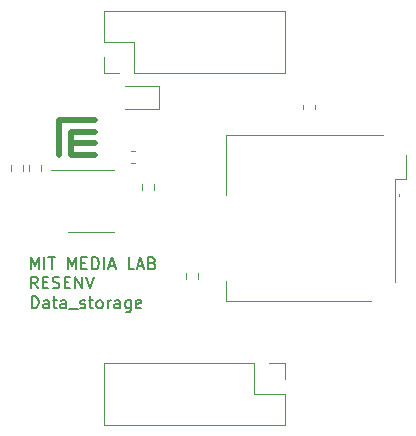
<source format=gbr>
%TF.GenerationSoftware,KiCad,Pcbnew,7.0.5*%
%TF.CreationDate,2023-06-19T10:59:58-04:00*%
%TF.ProjectId,DATA_STORAGE,44415441-5f53-4544-9f52-4147452e6b69,rev?*%
%TF.SameCoordinates,Original*%
%TF.FileFunction,Legend,Top*%
%TF.FilePolarity,Positive*%
%FSLAX46Y46*%
G04 Gerber Fmt 4.6, Leading zero omitted, Abs format (unit mm)*
G04 Created by KiCad (PCBNEW 7.0.5) date 2023-06-19 10:59:58*
%MOMM*%
%LPD*%
G01*
G04 APERTURE LIST*
%ADD10C,0.500000*%
%ADD11C,0.150000*%
%ADD12C,0.120000*%
%ADD13C,0.100000*%
G04 APERTURE END LIST*
D10*
X141730000Y-92778621D02*
X139730000Y-92778621D01*
X138730000Y-91778621D02*
X141730000Y-91778621D01*
X139730000Y-93778621D02*
X141730000Y-93778621D01*
X139730000Y-92778621D02*
X139730000Y-94778621D01*
X138730000Y-91778621D02*
X138730000Y-94778621D01*
X139730000Y-94778621D02*
X141730000Y-94778621D01*
D11*
X136386779Y-107738440D02*
X136386779Y-106738440D01*
X136386779Y-106738440D02*
X136624874Y-106738440D01*
X136624874Y-106738440D02*
X136767731Y-106786059D01*
X136767731Y-106786059D02*
X136862969Y-106881297D01*
X136862969Y-106881297D02*
X136910588Y-106976535D01*
X136910588Y-106976535D02*
X136958207Y-107167011D01*
X136958207Y-107167011D02*
X136958207Y-107309868D01*
X136958207Y-107309868D02*
X136910588Y-107500344D01*
X136910588Y-107500344D02*
X136862969Y-107595582D01*
X136862969Y-107595582D02*
X136767731Y-107690821D01*
X136767731Y-107690821D02*
X136624874Y-107738440D01*
X136624874Y-107738440D02*
X136386779Y-107738440D01*
X137815350Y-107738440D02*
X137815350Y-107214630D01*
X137815350Y-107214630D02*
X137767731Y-107119392D01*
X137767731Y-107119392D02*
X137672493Y-107071773D01*
X137672493Y-107071773D02*
X137482017Y-107071773D01*
X137482017Y-107071773D02*
X137386779Y-107119392D01*
X137815350Y-107690821D02*
X137720112Y-107738440D01*
X137720112Y-107738440D02*
X137482017Y-107738440D01*
X137482017Y-107738440D02*
X137386779Y-107690821D01*
X137386779Y-107690821D02*
X137339160Y-107595582D01*
X137339160Y-107595582D02*
X137339160Y-107500344D01*
X137339160Y-107500344D02*
X137386779Y-107405106D01*
X137386779Y-107405106D02*
X137482017Y-107357487D01*
X137482017Y-107357487D02*
X137720112Y-107357487D01*
X137720112Y-107357487D02*
X137815350Y-107309868D01*
X138148684Y-107071773D02*
X138529636Y-107071773D01*
X138291541Y-106738440D02*
X138291541Y-107595582D01*
X138291541Y-107595582D02*
X138339160Y-107690821D01*
X138339160Y-107690821D02*
X138434398Y-107738440D01*
X138434398Y-107738440D02*
X138529636Y-107738440D01*
X139291541Y-107738440D02*
X139291541Y-107214630D01*
X139291541Y-107214630D02*
X139243922Y-107119392D01*
X139243922Y-107119392D02*
X139148684Y-107071773D01*
X139148684Y-107071773D02*
X138958208Y-107071773D01*
X138958208Y-107071773D02*
X138862970Y-107119392D01*
X139291541Y-107690821D02*
X139196303Y-107738440D01*
X139196303Y-107738440D02*
X138958208Y-107738440D01*
X138958208Y-107738440D02*
X138862970Y-107690821D01*
X138862970Y-107690821D02*
X138815351Y-107595582D01*
X138815351Y-107595582D02*
X138815351Y-107500344D01*
X138815351Y-107500344D02*
X138862970Y-107405106D01*
X138862970Y-107405106D02*
X138958208Y-107357487D01*
X138958208Y-107357487D02*
X139196303Y-107357487D01*
X139196303Y-107357487D02*
X139291541Y-107309868D01*
X139529637Y-107833678D02*
X140291541Y-107833678D01*
X140482018Y-107690821D02*
X140577256Y-107738440D01*
X140577256Y-107738440D02*
X140767732Y-107738440D01*
X140767732Y-107738440D02*
X140862970Y-107690821D01*
X140862970Y-107690821D02*
X140910589Y-107595582D01*
X140910589Y-107595582D02*
X140910589Y-107547963D01*
X140910589Y-107547963D02*
X140862970Y-107452725D01*
X140862970Y-107452725D02*
X140767732Y-107405106D01*
X140767732Y-107405106D02*
X140624875Y-107405106D01*
X140624875Y-107405106D02*
X140529637Y-107357487D01*
X140529637Y-107357487D02*
X140482018Y-107262249D01*
X140482018Y-107262249D02*
X140482018Y-107214630D01*
X140482018Y-107214630D02*
X140529637Y-107119392D01*
X140529637Y-107119392D02*
X140624875Y-107071773D01*
X140624875Y-107071773D02*
X140767732Y-107071773D01*
X140767732Y-107071773D02*
X140862970Y-107119392D01*
X141196304Y-107071773D02*
X141577256Y-107071773D01*
X141339161Y-106738440D02*
X141339161Y-107595582D01*
X141339161Y-107595582D02*
X141386780Y-107690821D01*
X141386780Y-107690821D02*
X141482018Y-107738440D01*
X141482018Y-107738440D02*
X141577256Y-107738440D01*
X142053447Y-107738440D02*
X141958209Y-107690821D01*
X141958209Y-107690821D02*
X141910590Y-107643201D01*
X141910590Y-107643201D02*
X141862971Y-107547963D01*
X141862971Y-107547963D02*
X141862971Y-107262249D01*
X141862971Y-107262249D02*
X141910590Y-107167011D01*
X141910590Y-107167011D02*
X141958209Y-107119392D01*
X141958209Y-107119392D02*
X142053447Y-107071773D01*
X142053447Y-107071773D02*
X142196304Y-107071773D01*
X142196304Y-107071773D02*
X142291542Y-107119392D01*
X142291542Y-107119392D02*
X142339161Y-107167011D01*
X142339161Y-107167011D02*
X142386780Y-107262249D01*
X142386780Y-107262249D02*
X142386780Y-107547963D01*
X142386780Y-107547963D02*
X142339161Y-107643201D01*
X142339161Y-107643201D02*
X142291542Y-107690821D01*
X142291542Y-107690821D02*
X142196304Y-107738440D01*
X142196304Y-107738440D02*
X142053447Y-107738440D01*
X142815352Y-107738440D02*
X142815352Y-107071773D01*
X142815352Y-107262249D02*
X142862971Y-107167011D01*
X142862971Y-107167011D02*
X142910590Y-107119392D01*
X142910590Y-107119392D02*
X143005828Y-107071773D01*
X143005828Y-107071773D02*
X143101066Y-107071773D01*
X143862971Y-107738440D02*
X143862971Y-107214630D01*
X143862971Y-107214630D02*
X143815352Y-107119392D01*
X143815352Y-107119392D02*
X143720114Y-107071773D01*
X143720114Y-107071773D02*
X143529638Y-107071773D01*
X143529638Y-107071773D02*
X143434400Y-107119392D01*
X143862971Y-107690821D02*
X143767733Y-107738440D01*
X143767733Y-107738440D02*
X143529638Y-107738440D01*
X143529638Y-107738440D02*
X143434400Y-107690821D01*
X143434400Y-107690821D02*
X143386781Y-107595582D01*
X143386781Y-107595582D02*
X143386781Y-107500344D01*
X143386781Y-107500344D02*
X143434400Y-107405106D01*
X143434400Y-107405106D02*
X143529638Y-107357487D01*
X143529638Y-107357487D02*
X143767733Y-107357487D01*
X143767733Y-107357487D02*
X143862971Y-107309868D01*
X144767733Y-107071773D02*
X144767733Y-107881297D01*
X144767733Y-107881297D02*
X144720114Y-107976535D01*
X144720114Y-107976535D02*
X144672495Y-108024154D01*
X144672495Y-108024154D02*
X144577257Y-108071773D01*
X144577257Y-108071773D02*
X144434400Y-108071773D01*
X144434400Y-108071773D02*
X144339162Y-108024154D01*
X144767733Y-107690821D02*
X144672495Y-107738440D01*
X144672495Y-107738440D02*
X144482019Y-107738440D01*
X144482019Y-107738440D02*
X144386781Y-107690821D01*
X144386781Y-107690821D02*
X144339162Y-107643201D01*
X144339162Y-107643201D02*
X144291543Y-107547963D01*
X144291543Y-107547963D02*
X144291543Y-107262249D01*
X144291543Y-107262249D02*
X144339162Y-107167011D01*
X144339162Y-107167011D02*
X144386781Y-107119392D01*
X144386781Y-107119392D02*
X144482019Y-107071773D01*
X144482019Y-107071773D02*
X144672495Y-107071773D01*
X144672495Y-107071773D02*
X144767733Y-107119392D01*
X145624876Y-107690821D02*
X145529638Y-107738440D01*
X145529638Y-107738440D02*
X145339162Y-107738440D01*
X145339162Y-107738440D02*
X145243924Y-107690821D01*
X145243924Y-107690821D02*
X145196305Y-107595582D01*
X145196305Y-107595582D02*
X145196305Y-107214630D01*
X145196305Y-107214630D02*
X145243924Y-107119392D01*
X145243924Y-107119392D02*
X145339162Y-107071773D01*
X145339162Y-107071773D02*
X145529638Y-107071773D01*
X145529638Y-107071773D02*
X145624876Y-107119392D01*
X145624876Y-107119392D02*
X145672495Y-107214630D01*
X145672495Y-107214630D02*
X145672495Y-107309868D01*
X145672495Y-107309868D02*
X145196305Y-107405106D01*
X136306779Y-104438440D02*
X136306779Y-103438440D01*
X136306779Y-103438440D02*
X136640112Y-104152725D01*
X136640112Y-104152725D02*
X136973445Y-103438440D01*
X136973445Y-103438440D02*
X136973445Y-104438440D01*
X137449636Y-104438440D02*
X137449636Y-103438440D01*
X137782969Y-103438440D02*
X138354397Y-103438440D01*
X138068683Y-104438440D02*
X138068683Y-103438440D01*
X139449636Y-104438440D02*
X139449636Y-103438440D01*
X139449636Y-103438440D02*
X139782969Y-104152725D01*
X139782969Y-104152725D02*
X140116302Y-103438440D01*
X140116302Y-103438440D02*
X140116302Y-104438440D01*
X140592493Y-103914630D02*
X140925826Y-103914630D01*
X141068683Y-104438440D02*
X140592493Y-104438440D01*
X140592493Y-104438440D02*
X140592493Y-103438440D01*
X140592493Y-103438440D02*
X141068683Y-103438440D01*
X141497255Y-104438440D02*
X141497255Y-103438440D01*
X141497255Y-103438440D02*
X141735350Y-103438440D01*
X141735350Y-103438440D02*
X141878207Y-103486059D01*
X141878207Y-103486059D02*
X141973445Y-103581297D01*
X141973445Y-103581297D02*
X142021064Y-103676535D01*
X142021064Y-103676535D02*
X142068683Y-103867011D01*
X142068683Y-103867011D02*
X142068683Y-104009868D01*
X142068683Y-104009868D02*
X142021064Y-104200344D01*
X142021064Y-104200344D02*
X141973445Y-104295582D01*
X141973445Y-104295582D02*
X141878207Y-104390821D01*
X141878207Y-104390821D02*
X141735350Y-104438440D01*
X141735350Y-104438440D02*
X141497255Y-104438440D01*
X142497255Y-104438440D02*
X142497255Y-103438440D01*
X142925826Y-104152725D02*
X143402016Y-104152725D01*
X142830588Y-104438440D02*
X143163921Y-103438440D01*
X143163921Y-103438440D02*
X143497254Y-104438440D01*
X145068683Y-104438440D02*
X144592493Y-104438440D01*
X144592493Y-104438440D02*
X144592493Y-103438440D01*
X145354398Y-104152725D02*
X145830588Y-104152725D01*
X145259160Y-104438440D02*
X145592493Y-103438440D01*
X145592493Y-103438440D02*
X145925826Y-104438440D01*
X146592493Y-103914630D02*
X146735350Y-103962249D01*
X146735350Y-103962249D02*
X146782969Y-104009868D01*
X146782969Y-104009868D02*
X146830588Y-104105106D01*
X146830588Y-104105106D02*
X146830588Y-104247963D01*
X146830588Y-104247963D02*
X146782969Y-104343201D01*
X146782969Y-104343201D02*
X146735350Y-104390821D01*
X146735350Y-104390821D02*
X146640112Y-104438440D01*
X146640112Y-104438440D02*
X146259160Y-104438440D01*
X146259160Y-104438440D02*
X146259160Y-103438440D01*
X146259160Y-103438440D02*
X146592493Y-103438440D01*
X146592493Y-103438440D02*
X146687731Y-103486059D01*
X146687731Y-103486059D02*
X146735350Y-103533678D01*
X146735350Y-103533678D02*
X146782969Y-103628916D01*
X146782969Y-103628916D02*
X146782969Y-103724154D01*
X146782969Y-103724154D02*
X146735350Y-103819392D01*
X146735350Y-103819392D02*
X146687731Y-103867011D01*
X146687731Y-103867011D02*
X146592493Y-103914630D01*
X146592493Y-103914630D02*
X146259160Y-103914630D01*
X136878207Y-106048440D02*
X136544874Y-105572249D01*
X136306779Y-106048440D02*
X136306779Y-105048440D01*
X136306779Y-105048440D02*
X136687731Y-105048440D01*
X136687731Y-105048440D02*
X136782969Y-105096059D01*
X136782969Y-105096059D02*
X136830588Y-105143678D01*
X136830588Y-105143678D02*
X136878207Y-105238916D01*
X136878207Y-105238916D02*
X136878207Y-105381773D01*
X136878207Y-105381773D02*
X136830588Y-105477011D01*
X136830588Y-105477011D02*
X136782969Y-105524630D01*
X136782969Y-105524630D02*
X136687731Y-105572249D01*
X136687731Y-105572249D02*
X136306779Y-105572249D01*
X137306779Y-105524630D02*
X137640112Y-105524630D01*
X137782969Y-106048440D02*
X137306779Y-106048440D01*
X137306779Y-106048440D02*
X137306779Y-105048440D01*
X137306779Y-105048440D02*
X137782969Y-105048440D01*
X138163922Y-106000821D02*
X138306779Y-106048440D01*
X138306779Y-106048440D02*
X138544874Y-106048440D01*
X138544874Y-106048440D02*
X138640112Y-106000821D01*
X138640112Y-106000821D02*
X138687731Y-105953201D01*
X138687731Y-105953201D02*
X138735350Y-105857963D01*
X138735350Y-105857963D02*
X138735350Y-105762725D01*
X138735350Y-105762725D02*
X138687731Y-105667487D01*
X138687731Y-105667487D02*
X138640112Y-105619868D01*
X138640112Y-105619868D02*
X138544874Y-105572249D01*
X138544874Y-105572249D02*
X138354398Y-105524630D01*
X138354398Y-105524630D02*
X138259160Y-105477011D01*
X138259160Y-105477011D02*
X138211541Y-105429392D01*
X138211541Y-105429392D02*
X138163922Y-105334154D01*
X138163922Y-105334154D02*
X138163922Y-105238916D01*
X138163922Y-105238916D02*
X138211541Y-105143678D01*
X138211541Y-105143678D02*
X138259160Y-105096059D01*
X138259160Y-105096059D02*
X138354398Y-105048440D01*
X138354398Y-105048440D02*
X138592493Y-105048440D01*
X138592493Y-105048440D02*
X138735350Y-105096059D01*
X139163922Y-105524630D02*
X139497255Y-105524630D01*
X139640112Y-106048440D02*
X139163922Y-106048440D01*
X139163922Y-106048440D02*
X139163922Y-105048440D01*
X139163922Y-105048440D02*
X139640112Y-105048440D01*
X140068684Y-106048440D02*
X140068684Y-105048440D01*
X140068684Y-105048440D02*
X140640112Y-106048440D01*
X140640112Y-106048440D02*
X140640112Y-105048440D01*
X140973446Y-105048440D02*
X141306779Y-106048440D01*
X141306779Y-106048440D02*
X141640112Y-105048440D01*
D12*
%TO.C,C1*%
X147177500Y-90828621D02*
X147177500Y-88908621D01*
X147177500Y-88908621D02*
X144317500Y-88908621D01*
X144317500Y-90828621D02*
X147177500Y-90828621D01*
%TO.C,R6*%
X136147500Y-96093345D02*
X136147500Y-95583897D01*
X137192500Y-96093345D02*
X137192500Y-95583897D01*
%TO.C,C2*%
X159310000Y-90824888D02*
X159310000Y-90532354D01*
X160330000Y-90824888D02*
X160330000Y-90532354D01*
%TO.C,J1*%
X142480000Y-87795599D02*
X142480000Y-86465599D01*
X143810000Y-87795599D02*
X142480000Y-87795599D01*
X145080000Y-87795599D02*
X157840000Y-87795599D01*
X145080000Y-87795599D02*
X145080000Y-85195599D01*
X157840000Y-87795599D02*
X157840000Y-82595599D01*
X142480000Y-85195599D02*
X142480000Y-82595599D01*
X145080000Y-85195599D02*
X142480000Y-85195599D01*
X142480000Y-82595599D02*
X157840000Y-82595599D01*
D13*
%TO.C,J3*%
X166110000Y-93104610D02*
X152810000Y-93104610D01*
X152810000Y-93104610D02*
X152810000Y-98129610D01*
X168050000Y-94729610D02*
X168050000Y-96829610D01*
X168050000Y-96829610D02*
X167110000Y-96829610D01*
X167110000Y-96829610D02*
X167110000Y-105529610D01*
X167510000Y-98129610D02*
X167510000Y-98129610D01*
X167510000Y-98229610D02*
X167510000Y-98229610D01*
X152810000Y-105429610D02*
X152810000Y-107154610D01*
X152810000Y-107154610D02*
X165110000Y-107154610D01*
X167510000Y-98229610D02*
G75*
G03*
X167510000Y-98129610I0J50000D01*
G01*
X167510000Y-98129610D02*
G75*
G03*
X167510000Y-98229610I0J-50000D01*
G01*
D12*
%TO.C,R1*%
X150482500Y-104743897D02*
X150482500Y-105253345D01*
X149437500Y-104743897D02*
X149437500Y-105253345D01*
%TO.C,J2*%
X157840000Y-112413621D02*
X157840000Y-113743621D01*
X156510000Y-112413621D02*
X157840000Y-112413621D01*
X155240000Y-112413621D02*
X142480000Y-112413621D01*
X155240000Y-112413621D02*
X155240000Y-115013621D01*
X142480000Y-112413621D02*
X142480000Y-117613621D01*
X157840000Y-115013621D02*
X157840000Y-117613621D01*
X155240000Y-115013621D02*
X157840000Y-115013621D01*
X157840000Y-117613621D02*
X142480000Y-117613621D01*
%TO.C,U1*%
X141430000Y-96023621D02*
X137980000Y-96023621D01*
X141430000Y-96023621D02*
X143380000Y-96023621D01*
X141430000Y-101293621D02*
X139480000Y-101293621D01*
X141430000Y-101293621D02*
X143380000Y-101293621D01*
%TO.C,C5*%
X145116267Y-95428621D02*
X144823733Y-95428621D01*
X145116267Y-94408621D02*
X144823733Y-94408621D01*
%TO.C,R5*%
X145727500Y-97723345D02*
X145727500Y-97213897D01*
X146772500Y-97723345D02*
X146772500Y-97213897D01*
%TO.C,R4*%
X134597500Y-96093345D02*
X134597500Y-95583897D01*
X135642500Y-96093345D02*
X135642500Y-95583897D01*
%TD*%
M02*

</source>
